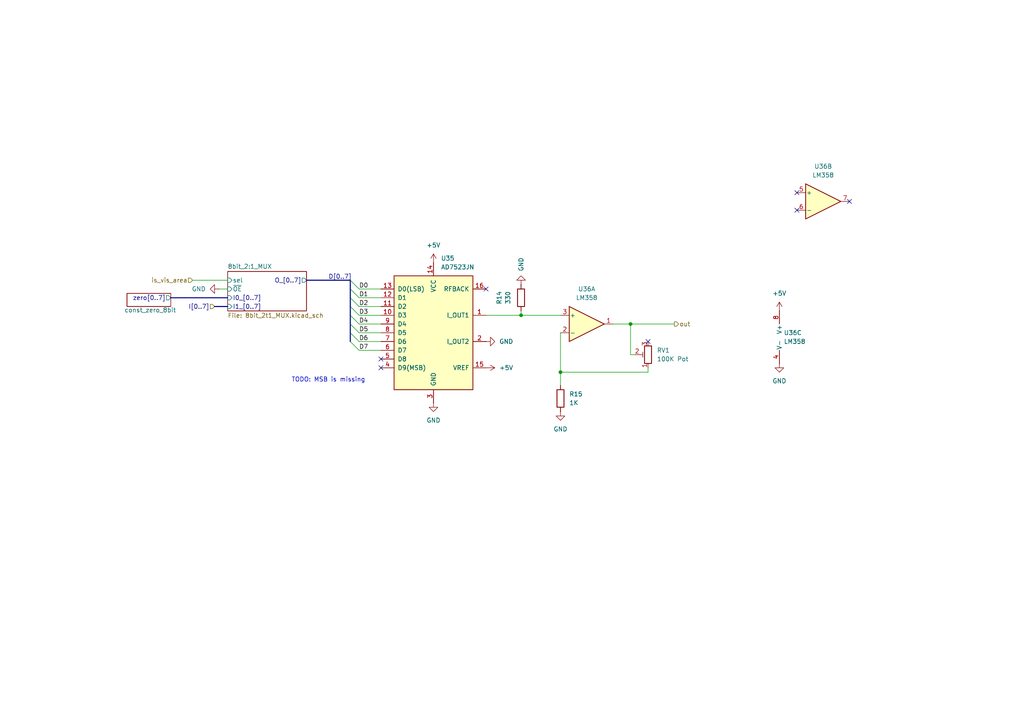
<source format=kicad_sch>
(kicad_sch (version 20250114) (generator "eeschema") (generator_version "9.0")
  (paper "A4")
  (lib_symbols
    (symbol "Amplifier_Operational:LM358" (pin_names (offset 0.127))
      (property "Reference" "U" (at 0 5.08 0))
      (property "Value" "LM358" (at 0 -5.08 0))
      (symbol "LM358_1_1"
        (polyline (pts (xy -5.08 5.08) (xy 5.08 0) (xy -5.08 -5.08) (xy -5.08 5.08)) (stroke (width 0.254)) (fill (type background)))
        (pin input line (at -7.62 2.54 0) (length 2.54) (name "+") (number "3"))
        (pin input line (at -7.62 -2.54 0) (length 2.54) (name "-") (number "2"))
        (pin output line (at 7.62 0 180) (length 2.54) (name "~") (number "1"))
      )
      (symbol "LM358_2_1"
        (polyline (pts (xy -5.08 5.08) (xy 5.08 0) (xy -5.08 -5.08) (xy -5.08 5.08)) (stroke (width 0.254)) (fill (type background)))
        (pin input line (at -7.62 2.54 0) (length 2.54) (name "+") (number "5"))
        (pin input line (at -7.62 -2.54 0) (length 2.54) (name "-") (number "6"))
        (pin output line (at 7.62 0 180) (length 2.54) (name "~") (number "7"))
      )
      (symbol "LM358_3_1"
        (pin power_in line (at -2.54 7.62 270) (length 3.81) (name "V+") (number "8"))
        (pin power_in line (at -2.54 -7.62 90) (length 3.81) (name "V-") (number "4"))
      )
    )
    (symbol "Analog_DAC:AD7533JN" (pin_names (offset 1.016))
      (property "Reference" "U" (at -11.43 17.78 0))
      (property "Value" "AD7533JN" (at 3.81 17.78 0))
      (symbol "AD7533JN_0_1"
        (rectangle (start -11.43 -16.51) (end 11.43 16.51) (stroke (width 0.254)) (fill (type background)))
      )
      (symbol "AD7533JN_1_1"
        (pin input line (at -15.24 12.7 0) (length 3.81) (name "D0(LSB)") (number "13"))
        (pin input line (at -15.24 10.16 0) (length 3.81) (name "D1") (number "12"))
        (pin input line (at -15.24 7.62 0) (length 3.81) (name "D2") (number "11"))
        (pin input line (at -15.24 5.08 0) (length 3.81) (name "D3") (number "10"))
        (pin input line (at -15.24 2.54 0) (length 3.81) (name "D4") (number "9"))
        (pin input line (at -15.24 0 0) (length 3.81) (name "D5") (number "8"))
        (pin input line (at -15.24 -2.54 0) (length 3.81) (name "D6") (number "7"))
        (pin input line (at -15.24 -5.08 0) (length 3.81) (name "D7") (number "6"))
        (pin input line (at -15.24 -7.62 0) (length 3.81) (name "D8") (number "5"))
        (pin input line (at -15.24 -10.16 0) (length 3.81) (name "D9(MSB)") (number "4"))
        (pin power_in line (at 0 20.32 270) (length 3.81) (name "VCC") (number "14"))
        (pin power_in line (at 0 -20.32 90) (length 3.81) (name "GND") (number "3"))
        (pin passive line (at 15.24 12.7 180) (length 3.81) (name "RFBACK") (number "16"))
        (pin passive line (at 15.24 5.08 180) (length 3.81) (name "I_OUT1") (number "1"))
        (pin passive line (at 15.24 -2.54 180) (length 3.81) (name "I_OUT2") (number "2"))
        (pin passive line (at 15.24 -10.16 180) (length 3.81) (name "VREF") (number "15"))
      )
    )
    (symbol "Device:R" (pin_numbers (hide yes)) (pin_names (offset 0))
      (property "Reference" "R" (at 2.032 0 90))
      (property "Value" "R" (at 0 0 90))
      (symbol "R_0_1"
        (rectangle (start -1.016 -2.54) (end 1.016 2.54) (stroke (width 0.254)))
      )
      (symbol "R_1_1"
        (pin passive line (at 0 3.81 270) (length 1.27) (name "~") (number "1"))
        (pin passive line (at 0 -3.81 90) (length 1.27) (name "~") (number "2"))
      )
    )
    (symbol "Device:R_Potentiometer_Trim" (pin_names (offset 1.016) (hide yes))
      (property "Reference" "RV" (at -4.445 0 90))
      (property "Value" "R_Potentiometer_Trim" (at -2.54 0 90))
      (symbol "R_Potentiometer_Trim_0_1"
        (rectangle (start 1.016 2.54) (end -1.016 -2.54) (stroke (width 0.254)))
        (polyline (pts (xy 1.524 0.762) (xy 1.524 -0.762)))
        (polyline (pts (xy 2.54 0) (xy 1.524 0)))
      )
      (symbol "R_Potentiometer_Trim_1_1"
        (pin passive line (at 0 3.81 270) (length 1.27) (name "1") (number "1"))
        (pin passive line (at 0 -3.81 90) (length 1.27) (name "3") (number "3"))
        (pin passive line (at 3.81 0 180) (length 1.27) (name "2") (number "2"))
      )
    )
    (symbol "power:+5V" (power) (pin_numbers (hide yes)) (pin_names (offset 0) (hide yes))
      (property "Value" "+5V" (at 0 3.556 0))
      (symbol "+5V_0_1"
        (polyline (pts (xy -0.762 1.27) (xy 0 2.54)))
        (polyline (pts (xy 0 2.54) (xy 0.762 1.27)))
        (polyline (pts (xy 0 0) (xy 0 2.54)))
      )
      (symbol "+5V_1_1"
        (pin power_in line (at 0 0 90) (length 0) (name "~") (number "1"))
      )
    )
    (symbol "power:GND" (power) (pin_numbers (hide yes)) (pin_names (offset 0) (hide yes))
      (property "Value" "GND" (at 0 -3.81 0))
      (symbol "GND_0_1"
        (polyline (pts (xy 0 0) (xy 0 -1.27) (xy 1.27 -1.27) (xy 0 -2.54) (xy -1.27 -1.27) (xy 0 -1.27)))
      )
      (symbol "GND_1_1"
        (pin power_in line (at 0 0 270) (length 0) (name "~") (number "1"))
      )
    )
  )
  (text "TODO: MSB is missing\n" (at 95.25 110.236 0) (effects (font (size 1.27 1.27))))
  (junction (at 182.88 93.98))
  (junction (at 151.13 91.44))
  (junction (at 162.56 107.95))
  (no_connect (at 187.96 99.06))
  (no_connect (at 110.49 104.14))
  (no_connect (at 246.38 58.42))
  (no_connect (at 140.97 83.82))
  (no_connect (at 231.14 60.96))
  (no_connect (at 110.49 106.68))
  (no_connect (at 231.14 55.88))
  (bus_entry (at 101.6 99.06) (size 2.54 2.54))
  (bus_entry (at 101.6 88.9) (size 2.54 2.54))
  (bus_entry (at 101.6 86.36) (size 2.54 2.54))
  (bus_entry (at 101.6 96.52) (size 2.54 2.54))
  (bus_entry (at 101.6 81.28) (size 2.54 2.54))
  (bus_entry (at 101.6 91.44) (size 2.54 2.54))
  (bus_entry (at 101.6 83.82) (size 2.54 2.54))
  (bus_entry (at 101.6 93.98) (size 2.54 2.54))
  (wire (pts (xy 104.14 96.52) (xy 110.49 96.52)))
  (bus (pts (xy 101.6 81.28) (xy 101.6 83.82)))
  (wire (pts (xy 184.15 102.87) (xy 182.88 102.87)))
  (wire (pts (xy 162.56 107.95) (xy 162.56 111.76)))
  (wire (pts (xy 182.88 93.98) (xy 195.58 93.98)))
  (wire (pts (xy 162.56 107.95) (xy 187.96 107.95)))
  (wire (pts (xy 182.88 102.87) (xy 182.88 93.98)))
  (bus (pts (xy 101.6 88.9) (xy 101.6 91.44)))
  (wire (pts (xy 162.56 96.52) (xy 162.56 107.95)))
  (wire (pts (xy 104.14 99.06) (xy 110.49 99.06)))
  (bus (pts (xy 101.6 91.44) (xy 101.6 93.98)))
  (bus (pts (xy 101.6 86.36) (xy 101.6 88.9)))
  (bus (pts (xy 49.53 86.36) (xy 66.04 86.36)))
  (wire (pts (xy 151.13 91.44) (xy 162.56 91.44)))
  (wire (pts (xy 104.14 83.82) (xy 110.49 83.82)))
  (bus (pts (xy 101.6 83.82) (xy 101.6 86.36)))
  (wire (pts (xy 104.14 86.36) (xy 110.49 86.36)))
  (wire (pts (xy 151.13 90.17) (xy 151.13 91.44)))
  (bus (pts (xy 101.6 93.98) (xy 101.6 96.52)))
  (wire (pts (xy 104.14 101.6) (xy 110.49 101.6)))
  (wire (pts (xy 187.96 107.95) (xy 187.96 106.68)))
  (bus (pts (xy 88.9 81.28) (xy 101.6 81.28)))
  (wire (pts (xy 104.14 88.9) (xy 110.49 88.9)))
  (wire (pts (xy 182.88 93.98) (xy 177.8 93.98)))
  (wire (pts (xy 55.88 81.28) (xy 66.04 81.28)))
  (bus (pts (xy 62.23 88.9) (xy 66.04 88.9)))
  (wire (pts (xy 140.97 91.44) (xy 151.13 91.44)))
  (wire (pts (xy 104.14 91.44) (xy 110.49 91.44)))
  (wire (pts (xy 104.14 93.98) (xy 110.49 93.98)))
  (bus (pts (xy 101.6 96.52) (xy 101.6 99.06)))
  (wire (pts (xy 63.5 83.82) (xy 66.04 83.82)))
  (label "D5" (at 104.14 96.52 0))
  (label "D2" (at 104.14 88.9 0))
  (label "D7" (at 104.14 101.6 0))
  (label "D[0..7]" (at 95.25 81.28 0))
  (label "D4" (at 104.14 93.98 0))
  (label "D1" (at 104.14 86.36 0))
  (label "D0" (at 104.14 83.82 0))
  (label "D3" (at 104.14 91.44 0))
  (label "D6" (at 104.14 99.06 0))
  (hierarchical_label "out" (shape output) (at 195.58 93.98 0))
  (hierarchical_label "I[0..7]" (shape input) (at 62.23 88.9 180))
  (hierarchical_label "is_vis_area" (shape input) (at 55.88 81.28 180))
  (symbol (lib_id "power:+5V") (at 140.97 106.68 270) (unit 1)
    (property "Reference" "#PWR097" (effects (hide yes)))
    (property "Value" "+5V" (at 144.78 106.6799 90) (effects (justify left)))
    (property "Description" "Power symbol creates a global label with name \"+5V\"" (effects (hide yes)))
  )
  (symbol (lib_id "power:GND") (at 226.06 105.41 0) (unit 1)
    (property "Reference" "#PWR0102" (effects (hide yes)))
    (property "Value" "GND" (at 226.06 110.49 0))
    (property "Description" "Power symbol creates a global label with name \"GND\" , ground" (effects (hide yes)))
  )
  (symbol (lib_id "Amplifier_Operational:LM358") (at 170.18 93.98 0) (unit 1)
    (property "Reference" "U36" (at 170.18 83.82 0))
    (property "Value" "LM358" (at 170.18 86.36 0))
    (property "Footprint" "Package_DIP:DIP-8_W7.62mm" (effects (hide yes)))
    (property "Datasheet" "http://www.ti.com/lit/ds/symlink/lm2904-n.pdf" (effects (hide yes)))
    (property "Description" "Low-Power, Dual Operational Amplifiers, DIP-8/SOIC-8/TO-99-8" (effects (hide yes)))
  )
  (symbol (lib_id "Device:R") (at 151.13 86.36 180) (unit 1)
    (property "Reference" "R14" (at 144.78 86.36 90))
    (property "Value" "330" (at 147.32 86.36 90))
    (property "Footprint" "Resistor_THT:R_Axial_DIN0207_L6.3mm_D2.5mm_P7.62mm_Horizontal" (effects (hide yes)))
    (property "Description" "Resistor" (effects (hide yes)))
  )
  (symbol (lib_id "Device:R") (at 162.56 115.57 0) (unit 1)
    (property "Reference" "R15" (at 165.1 114.2999 0) (effects (justify left)))
    (property "Value" "1K" (at 165.1 116.8399 0) (effects (justify left)))
    (property "Footprint" "Resistor_THT:R_Axial_DIN0207_L6.3mm_D2.5mm_P7.62mm_Horizontal" (effects (hide yes)))
    (property "Description" "Resistor" (effects (hide yes)))
  )
  (symbol (lib_id "power:GND") (at 125.73 116.84 0) (unit 1)
    (property "Reference" "#PWR095" (effects (hide yes)))
    (property "Value" "GND" (at 125.73 121.92 0))
    (property "Description" "Power symbol creates a global label with name \"GND\" , ground" (effects (hide yes)))
  )
  (symbol (lib_id "power:+5V") (at 226.06 90.17 0) (unit 1)
    (property "Reference" "#PWR0101" (effects (hide yes)))
    (property "Value" "+5V" (at 226.06 85.09 0))
    (property "Description" "Power symbol creates a global label with name \"+5V\"" (effects (hide yes)))
  )
  (symbol (lib_id "power:GND") (at 63.5 83.82 270) (unit 1)
    (property "Reference" "#PWR0105" (effects (hide yes)))
    (property "Value" "GND" (at 59.69 83.8199 90) (effects (justify right)))
    (property "Description" "Power symbol creates a global label with name \"GND\" , ground" (effects (hide yes)))
  )
  (symbol (lib_id "power:GND") (at 162.56 119.38 0) (unit 1)
    (property "Reference" "#PWR0100" (effects (hide yes)))
    (property "Value" "GND" (at 162.56 124.46 0))
    (property "Description" "Power symbol creates a global label with name \"GND\" , ground" (effects (hide yes)))
  )
  (symbol (lib_id "Amplifier_Operational:LM358") (at 238.76 58.42 0) (unit 2)
    (property "Reference" "U36" (at 238.76 48.26 0))
    (property "Value" "LM358" (at 238.76 50.8 0))
    (property "Footprint" "Package_DIP:DIP-8_W7.62mm" (effects (hide yes)))
    (property "Datasheet" "http://www.ti.com/lit/ds/symlink/lm2904-n.pdf" (effects (hide yes)))
    (property "Description" "Low-Power, Dual Operational Amplifiers, DIP-8/SOIC-8/TO-99-8" (effects (hide yes)))
  )
  (symbol (lib_id "Amplifier_Operational:LM358") (at 228.6 97.79 0) (unit 3)
    (property "Reference" "U36" (at 227.33 96.5199 0) (effects (justify left)))
    (property "Value" "LM358" (at 227.33 99.0599 0) (effects (justify left)))
    (property "Footprint" "Package_DIP:DIP-8_W7.62mm" (effects (hide yes)))
    (property "Datasheet" "http://www.ti.com/lit/ds/symlink/lm2904-n.pdf" (effects (hide yes)))
    (property "Description" "Low-Power, Dual Operational Amplifiers, DIP-8/SOIC-8/TO-99-8" (effects (hide yes)))
  )
  (symbol (lib_id "Device:R_Potentiometer_Trim") (at 187.96 102.87 180) (unit 1)
    (property "Reference" "RV1" (at 190.5 101.5999 0) (effects (justify right)))
    (property "Value" "100K Pot" (at 190.5 104.1399 0) (effects (justify right)))
    (property "Footprint" "Potentiometer_THT:Potentiometer_Vishay_T73YP_Vertical" (effects (hide yes)))
    (property "Description" "Trim-potentiometer" (effects (hide yes)))
  )
  (symbol (lib_id "Analog_DAC:AD7533JN") (at 125.73 96.52 0) (unit 1)
    (property "Reference" "U35" (at 127.8733 74.93 0) (effects (justify left)))
    (property "Value" "AD7523JN" (at 127.8733 77.47 0) (effects (justify left)))
    (property "Footprint" "Package_DIP:DIP-16_W7.62mm" (effects (hide yes)))
    (property "Datasheet" "https://www.analog.com/static/imported-files/data_sheets/AD7533.pdf" (effects (hide yes)))
    (property "Description" "10bit Multiplying DAC, 1 Channel, DIP-16" (effects (hide yes)))
  )
  (symbol (lib_id "power:GND") (at 140.97 99.06 90) (unit 1)
    (property "Reference" "#PWR099" (effects (hide yes)))
    (property "Value" "GND" (at 144.78 99.0599 90) (effects (justify right)))
    (property "Description" "Power symbol creates a global label with name \"GND\" , ground" (effects (hide yes)))
  )
  (symbol (lib_id "power:+5V") (at 125.73 76.2 0) (unit 1)
    (property "Reference" "#PWR096" (effects (hide yes)))
    (property "Value" "+5V" (at 125.73 71.12 0))
    (property "Description" "Power symbol creates a global label with name \"+5V\"" (effects (hide yes)))
  )
  (symbol (lib_id "power:GND") (at 151.13 82.55 180) (unit 1)
    (property "Reference" "#PWR098" (effects (hide yes)))
    (property "Value" "GND" (at 151.1299 78.74 90) (effects (justify right)))
    (property "Description" "Power symbol creates a global label with name \"GND\" , ground" (effects (hide yes)))
  )
  (sheet (at 36.83 85.09) (size 12.7 3.81) (stroke (width 0.1524))
    (property "Sheetname" "const_zero_8bit" (at 36.068 90.678 0) (effects (justify left bottom)))
    (property "Sheetfile" "const_zero_8bit.kicad_sch" (effects (hide yes)))
    (pin "zero[0..7]" output (at 49.53 86.36 0))
  )
  (sheet (at 66.04 78.74) (size 22.86 11.43) (stroke (width 0.1524))
    (property "Sheetname" "8bit_2:1_MUX" (at 66.04 78.0284 0) (effects (justify left bottom)))
    (property "Sheetfile" "8bit_2t1_MUX.kicad_sch" (at 66.04 90.7546 0) (effects (justify left top)))
    (pin "O_[0..7]" output (at 88.9 81.28 0))
    (pin "I0_[0..7]" input (at 66.04 86.36 180))
    (pin "sel" input (at 66.04 81.28 180))
    (pin "~{OE}" input (at 66.04 83.82 180))
    (pin "I1_[0..7]" input (at 66.04 88.9 180))
  )
)
</source>
